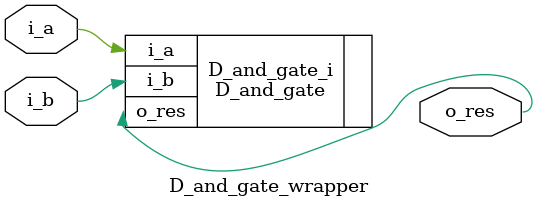
<source format=v>
`timescale 1 ps / 1 ps

module D_and_gate_wrapper
   (i_a,
    i_b,
    o_res);
  input i_a;
  input i_b;
  output o_res;

  wire i_a;
  wire i_b;
  wire o_res;

  D_and_gate D_and_gate_i
       (.i_a(i_a),
        .i_b(i_b),
        .o_res(o_res));
endmodule

</source>
